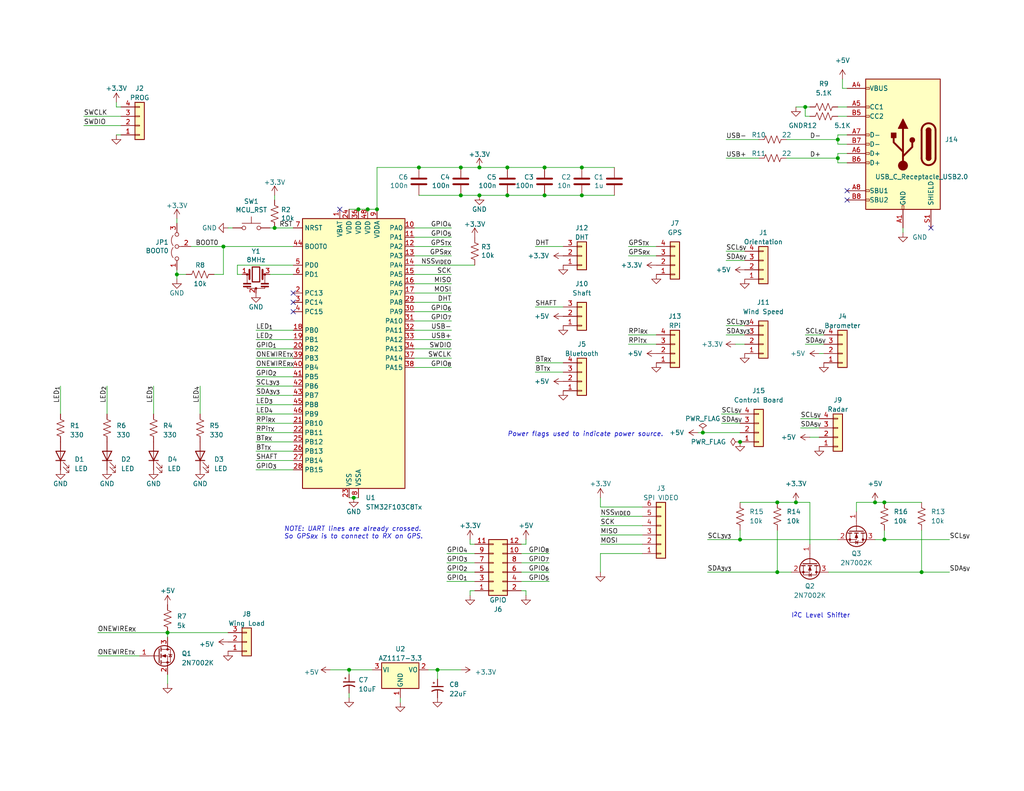
<source format=kicad_sch>
(kicad_sch (version 20230121) (generator eeschema)
  (paper "USLetter")
  (title_block (title "Aircraft Sensor Board") (date "2023-05-22") (rev "2.2") (company "HPVDT"))
  (lib_symbols
    (symbol "Connector:USB_C_Receptacle_USB2.0" (pin_names (offset 1.016))
      (property "Reference" "J" (at -10.16 19.05 0))
      (property "Value" "USB_C_Receptacle_USB2.0" (at 19.05 19.05 0))
      (symbol "USB_C_Receptacle_USB2.0_1_1"
        (pin passive line (at 0 -22.86 90) (length 5.08) (name "GND") (number "A1"))
        (pin passive line (at 0 -22.86 90) (length 5.08) hide (name "GND") (number "A12"))
        (pin passive line (at 15.24 15.24 180) (length 5.08) (name "VBUS") (number "A4"))
        (pin bidirectional line (at 15.24 10.16 180) (length 5.08) (name "CC1") (number "A5"))
        (pin bidirectional line (at 15.24 -2.54 180) (length 5.08) (name "D+") (number "A6"))
        (pin bidirectional line (at 15.24 2.54 180) (length 5.08) (name "D-") (number "A7"))
        (pin bidirectional line (at 15.24 -12.7 180) (length 5.08) (name "SBU1") (number "A8"))
        (pin passive line (at 15.24 15.24 180) (length 5.08) hide (name "VBUS") (number "A9"))
        (pin passive line (at 0 -22.86 90) (length 5.08) hide (name "GND") (number "B1"))
        (pin passive line (at 0 -22.86 90) (length 5.08) hide (name "GND") (number "B12"))
        (pin passive line (at 15.24 15.24 180) (length 5.08) hide (name "VBUS") (number "B4"))
        (pin bidirectional line (at 15.24 7.62 180) (length 5.08) (name "CC2") (number "B5"))
        (pin bidirectional line (at 15.24 -5.08 180) (length 5.08) (name "D+") (number "B6"))
        (pin bidirectional line (at 15.24 0 180) (length 5.08) (name "D-") (number "B7"))
        (pin bidirectional line (at 15.24 -15.24 180) (length 5.08) (name "SBU2") (number "B8"))
        (pin passive line (at 15.24 15.24 180) (length 5.08) hide (name "VBUS") (number "B9"))
        (pin passive line (at -7.62 -22.86 90) (length 5.08) (name "SHIELD") (number "S1"))
      )
    )
    (symbol "Connector_Generic:Conn_01x03" (pin_names (offset 1.016) hide)
      (property "Reference" "J" (at 0 5.08 0))
      (property "Value" "Conn_01x03" (at 0 -5.08 0))
      (symbol "Conn_01x03_1_1"
        (pin passive line (at -5.08 2.54 0) (length 3.81) (name "Pin_1") (number "1"))
        (pin passive line (at -5.08 0 0) (length 3.81) (name "Pin_2") (number "2"))
        (pin passive line (at -5.08 -2.54 0) (length 3.81) (name "Pin_3") (number "3"))
      )
    )
    (symbol "Connector_Generic:Conn_01x04" (pin_names (offset 1.016) hide)
      (property "Reference" "J" (at 0 5.08 0))
      (property "Value" "Conn_01x04" (at 0 -7.62 0))
      (symbol "Conn_01x04_1_1"
        (pin passive line (at -5.08 2.54 0) (length 3.81) (name "Pin_1") (number "1"))
        (pin passive line (at -5.08 0 0) (length 3.81) (name "Pin_2") (number "2"))
        (pin passive line (at -5.08 -2.54 0) (length 3.81) (name "Pin_3") (number "3"))
        (pin passive line (at -5.08 -5.08 0) (length 3.81) (name "Pin_4") (number "4"))
      )
    )
    (symbol "Connector_Generic:Conn_01x06" (pin_names (offset 1.016) hide)
      (property "Reference" "J" (at 0 7.62 0))
      (property "Value" "Conn_01x06" (at 0 -10.16 0))
      (symbol "Conn_01x06_1_1"
        (pin passive line (at -5.08 5.08 0) (length 3.81) (name "Pin_1") (number "1"))
        (pin passive line (at -5.08 2.54 0) (length 3.81) (name "Pin_2") (number "2"))
        (pin passive line (at -5.08 0 0) (length 3.81) (name "Pin_3") (number "3"))
        (pin passive line (at -5.08 -2.54 0) (length 3.81) (name "Pin_4") (number "4"))
        (pin passive line (at -5.08 -5.08 0) (length 3.81) (name "Pin_5") (number "5"))
        (pin passive line (at -5.08 -7.62 0) (length 3.81) (name "Pin_6") (number "6"))
      )
    )
    (symbol "Connector_Generic:Conn_02x06_Odd_Even" (pin_names (offset 1.016) hide)
      (property "Reference" "J" (at 1.27 7.62 0))
      (property "Value" "Conn_02x06_Odd_Even" (at 1.27 -10.16 0))
      (symbol "Conn_02x06_Odd_Even_1_1"
        (pin passive line (at -5.08 5.08 0) (length 3.81) (name "Pin_1") (number "1"))
        (pin passive line (at 7.62 -5.08 180) (length 3.81) (name "Pin_10") (number "10"))
        (pin passive line (at -5.08 -7.62 0) (length 3.81) (name "Pin_11") (number "11"))
        (pin passive line (at 7.62 -7.62 180) (length 3.81) (name "Pin_12") (number "12"))
        (pin passive line (at 7.62 5.08 180) (length 3.81) (name "Pin_2") (number "2"))
        (pin passive line (at -5.08 2.54 0) (length 3.81) (name "Pin_3") (number "3"))
        (pin passive line (at 7.62 2.54 180) (length 3.81) (name "Pin_4") (number "4"))
        (pin passive line (at -5.08 0 0) (length 3.81) (name "Pin_5") (number "5"))
        (pin passive line (at 7.62 0 180) (length 3.81) (name "Pin_6") (number "6"))
        (pin passive line (at -5.08 -2.54 0) (length 3.81) (name "Pin_7") (number "7"))
        (pin passive line (at 7.62 -2.54 180) (length 3.81) (name "Pin_8") (number "8"))
        (pin passive line (at -5.08 -5.08 0) (length 3.81) (name "Pin_9") (number "9"))
      )
    )
    (symbol "Device:C" (pin_numbers hide) (pin_names (offset 0.254))
      (property "Reference" "C" (at 0.635 2.54 0))
      (property "Value" "C" (at 0.635 -2.54 0))
      (symbol "C_1_1"
        (pin passive line (at 0 3.81 270) (length 2.794) (name "~") (number "1"))
        (pin passive line (at 0 -3.81 90) (length 2.794) (name "~") (number "2"))
      )
    )
    (symbol "Device:C_Polarized_Small_US" (pin_numbers hide) (pin_names (offset 0.254) hide)
      (property "Reference" "C" (at 0.254 1.778 0))
      (property "Value" "C_Polarized_Small_US" (at 0.254 -2.032 0))
      (symbol "C_Polarized_Small_US_1_1"
        (pin passive line (at 0 2.54 270) (length 2.032) (name "~") (number "1"))
        (pin passive line (at 0 -2.54 90) (length 2.032) (name "~") (number "2"))
      )
    )
    (symbol "Device:LED" (pin_numbers hide) (pin_names (offset 1.016) hide)
      (property "Reference" "D" (at 0 2.54 0))
      (property "Value" "LED" (at 0 -2.54 0))
      (symbol "LED_1_1"
        (pin passive line (at -3.81 0 0) (length 2.54) (name "K") (number "1"))
        (pin passive line (at 3.81 0 180) (length 2.54) (name "A") (number "2"))
      )
    )
    (symbol "Device:R_US" (pin_numbers hide) (pin_names (offset 0))
      (property "Reference" "R" (at 2.54 0 90))
      (property "Value" "R_US" (at -2.54 0 90))
      (symbol "R_US_1_1"
        (pin passive line (at 0 3.81 270) (length 1.27) (name "~") (number "1"))
        (pin passive line (at 0 -3.81 90) (length 1.27) (name "~") (number "2"))
      )
    )
    (symbol "Device:Resonator" (pin_names (offset 1.016) hide)
      (property "Reference" "Y" (at 0 5.715 0))
      (property "Value" "Resonator" (at 0 3.81 0))
      (symbol "Resonator_1_1"
        (pin passive line (at -3.81 0 0) (length 1.27) (name "1") (number "1"))
        (pin passive line (at 0 -5.08 90) (length 1.27) (name "2") (number "2"))
        (pin passive line (at 3.81 0 180) (length 1.27) (name "3") (number "3"))
      )
    )
    (symbol "Jumper:Jumper_3_Open" (pin_names (offset 0) hide)
      (property "Reference" "JP" (at -2.54 -2.54 0))
      (property "Value" "Jumper_3_Open" (at 0 2.794 0))
      (symbol "Jumper_3_Open_1_1"
        (pin passive line (at -6.35 0 0) (length 2.54) (name "A") (number "1"))
        (pin passive line (at 0 -3.81 90) (length 2.54) (name "C") (number "2"))
        (pin passive line (at 6.35 0 180) (length 2.54) (name "B") (number "3"))
      )
    )
    (symbol "MCU_ST_STM32F1:STM32F103C8Tx"
      (property "Reference" "U" (at -12.7 39.37 0))
      (property "Value" "STM32F103C8Tx" (at 10.16 39.37 0))
      (symbol "STM32F103C8Tx_1_1"
        (pin power_in line (at -2.54 40.64 270) (length 2.54) (name "VBAT") (number "1"))
        (pin bidirectional line (at 17.78 35.56 180) (length 2.54) (name "PA0") (number "10"))
        (pin bidirectional line (at 17.78 33.02 180) (length 2.54) (name "PA1") (number "11"))
        (pin bidirectional line (at 17.78 30.48 180) (length 2.54) (name "PA2") (number "12"))
        (pin bidirectional line (at 17.78 27.94 180) (length 2.54) (name "PA3") (number "13"))
        (pin bidirectional line (at 17.78 25.4 180) (length 2.54) (name "PA4") (number "14"))
        (pin bidirectional line (at 17.78 22.86 180) (length 2.54) (name "PA5") (number "15"))
        (pin bidirectional line (at 17.78 20.32 180) (length 2.54) (name "PA6") (number "16"))
        (pin bidirectional line (at 17.78 17.78 180) (length 2.54) (name "PA7") (number "17"))
        (pin bidirectional line (at -15.24 7.62 0) (length 2.54) (name "PB0") (number "18"))
        (pin bidirectional line (at -15.24 5.08 0) (length 2.54) (name "PB1") (number "19"))
        (pin bidirectional line (at -15.24 17.78 0) (length 2.54) (name "PC13") (number "2"))
        (pin bidirectional line (at -15.24 2.54 0) (length 2.54) (name "PB2") (number "20"))
        (pin bidirectional line (at -15.24 -17.78 0) (length 2.54) (name "PB10") (number "21"))
        (pin bidirectional line (at -15.24 -20.32 0) (length 2.54) (name "PB11") (number "22"))
        (pin power_in line (at 0 -38.1 90) (length 2.54) (name "VSS") (number "23"))
        (pin power_in line (at 0 40.64 270) (length 2.54) (name "VDD") (number "24"))
        (pin bidirectional line (at -15.24 -22.86 0) (length 2.54) (name "PB12") (number "25"))
        (pin bidirectional line (at -15.24 -25.4 0) (length 2.54) (name "PB13") (number "26"))
        (pin bidirectional line (at -15.24 -27.94 0) (length 2.54) (name "PB14") (number "27"))
        (pin bidirectional line (at -15.24 -30.48 0) (length 2.54) (name "PB15") (number "28"))
        (pin bidirectional line (at 17.78 15.24 180) (length 2.54) (name "PA8") (number "29"))
        (pin bidirectional line (at -15.24 15.24 0) (length 2.54) (name "PC14") (number "3"))
        (pin bidirectional line (at 17.78 12.7 180) (length 2.54) (name "PA9") (number "30"))
        (pin bidirectional line (at 17.78 10.16 180) (length 2.54) (name "PA10") (number "31"))
        (pin bidirectional line (at 17.78 7.62 180) (length 2.54) (name "PA11") (number "32"))
        (pin bidirectional line (at 17.78 5.08 180) (length 2.54) (name "PA12") (number "33"))
        (pin bidirectional line (at 17.78 2.54 180) (length 2.54) (name "PA13") (number "34"))
        (pin passive line (at 0 -38.1 90) (length 2.54) hide (name "VSS") (number "35"))
        (pin power_in line (at 2.54 40.64 270) (length 2.54) (name "VDD") (number "36"))
        (pin bidirectional line (at 17.78 0 180) (length 2.54) (name "PA14") (number "37"))
        (pin bidirectional line (at 17.78 -2.54 180) (length 2.54) (name "PA15") (number "38"))
        (pin bidirectional line (at -15.24 0 0) (length 2.54) (name "PB3") (number "39"))
        (pin bidirectional line (at -15.24 12.7 0) (length 2.54) (name "PC15") (number "4"))
        (pin bidirectional line (at -15.24 -2.54 0) (length 2.54) (name "PB4") (number "40"))
        (pin bidirectional line (at -15.24 -5.08 0) (length 2.54) (name "PB5") (number "41"))
        (pin bidirectional line (at -15.24 -7.62 0) (length 2.54) (name "PB6") (number "42"))
        (pin bidirectional line (at -15.24 -10.16 0) (length 2.54) (name "PB7") (number "43"))
        (pin input line (at -15.24 30.48 0) (length 2.54) (name "BOOT0") (number "44"))
        (pin bidirectional line (at -15.24 -12.7 0) (length 2.54) (name "PB8") (number "45"))
        (pin bidirectional line (at -15.24 -15.24 0) (length 2.54) (name "PB9") (number "46"))
        (pin passive line (at 0 -38.1 90) (length 2.54) hide (name "VSS") (number "47"))
        (pin power_in line (at 5.08 40.64 270) (length 2.54) (name "VDD") (number "48"))
        (pin bidirectional line (at -15.24 25.4 0) (length 2.54) (name "PD0") (number "5"))
        (pin bidirectional line (at -15.24 22.86 0) (length 2.54) (name "PD1") (number "6"))
        (pin input line (at -15.24 35.56 0) (length 2.54) (name "NRST") (number "7"))
        (pin power_in line (at 2.54 -38.1 90) (length 2.54) (name "VSSA") (number "8"))
        (pin power_in line (at 7.62 40.64 270) (length 2.54) (name "VDDA") (number "9"))
      )
    )
    (symbol "Mechanical:MountingHole" (pin_names (offset 1.016))
      (property "Reference" "H" (at 0 5.08 0))
      (property "Value" "MountingHole" (at 0 3.175 0))
    )
    (symbol "Regulator_Linear:AZ1117-3.3" (pin_names (offset 0.254))
      (property "Reference" "U" (at -3.81 3.175 0))
      (property "Value" "AZ1117-3.3" (at 0 3.175 0))
      (symbol "AZ1117-3.3_1_1"
        (pin power_in line (at 0 -7.62 90) (length 2.54) (name "GND") (number "1"))
        (pin power_out line (at 7.62 0 180) (length 2.54) (name "VO") (number "2"))
        (pin power_in line (at -7.62 0 0) (length 2.54) (name "VI") (number "3"))
      )
    )
    (symbol "Switch:SW_Push" (pin_numbers hide) (pin_names (offset 1.016) hide)
      (property "Reference" "SW" (at 1.27 2.54 0))
      (property "Value" "SW_Push" (at 0 -1.524 0))
      (symbol "SW_Push_0_1"
        (pin passive line (at -5.08 0 0) (length 2.54) (name "1") (number "1"))
        (pin passive line (at 5.08 0 180) (length 2.54) (name "2") (number "2"))
      )
    )
    (symbol "Transistor_FET:2N7002K" (pin_names hide)
      (property "Reference" "Q" (at 5.08 1.905 0))
      (property "Value" "2N7002K" (at 5.08 0 0))
      (symbol "2N7002K_1_1"
        (pin input line (at -5.08 0 0) (length 2.54) (name "G") (number "1"))
        (pin passive line (at 2.54 -5.08 90) (length 2.54) (name "S") (number "2"))
        (pin passive line (at 2.54 5.08 270) (length 2.54) (name "D") (number "3"))
      )
    )
    (symbol "power:+3.3V" (power) (pin_names (offset 0))
      (property "Value" "+3.3V" (at 0 3.556 0))
      (symbol "+3.3V_1_1"
        (pin power_in line (at 0 0 90) (length 0) hide (name "+3.3V") (number "1"))
      )
    )
    (symbol "power:+5V" (power) (pin_names (offset 0))
      (property "Value" "+5V" (at 0 3.556 0))
      (symbol "+5V_1_1"
        (pin power_in line (at 0 0 90) (length 0) hide (name "+5V") (number "1"))
      )
    )
    (symbol "power:GND" (power) (pin_names (offset 0))
      (property "Value" "GND" (at 0 -3.81 0))
      (symbol "GND_1_1"
        (pin power_in line (at 0 0 270) (length 0) hide (name "GND") (number "1"))
      )
    )
    (symbol "power:PWR_FLAG" (power) (pin_numbers hide) (pin_names (offset 0) hide)
      (property "Value" "PWR_FLAG" (at 0 3.81 0))
      (symbol "PWR_FLAG_0_0"
        (pin power_out line (at 0 0 90) (length 0) (name "pwr") (number "1"))
      )
    )
  )
  (junction (at 130.81 45.72))
  (junction (at 74.93 62.23))
  (junction (at 219.71 29.21))
  (junction (at 241.3 137.16))
  (junction (at 100.33 57.15))
  (junction (at 201.93 147.32))
  (junction (at 97.79 57.15))
  (junction (at 158.75 53.34))
  (junction (at 125.73 45.72))
  (junction (at 148.59 53.34))
  (junction (at 212.09 156.21))
  (junction (at 251.46 156.21))
  (junction (at 119.38 182.88))
  (junction (at 60.96 67.31))
  (junction (at 95.25 182.88))
  (junction (at 191.77 118.11))
  (junction (at 148.59 45.72))
  (junction (at 102.87 57.15))
  (junction (at 217.17 137.16))
  (junction (at 45.72 172.72))
  (junction (at 138.43 45.72))
  (junction (at 158.75 45.72))
  (junction (at 138.43 53.34))
  (junction (at 241.3 147.32))
  (junction (at 114.3 45.72))
  (junction (at 228.6 38.1))
  (junction (at 201.93 120.65))
  (junction (at 238.76 137.16))
  (junction (at 125.73 53.34))
  (junction (at 48.26 74.93))
  (junction (at 228.6 43.18))
  (junction (at 96.52 135.89))
  (junction (at 212.09 137.16))
  (junction (at 130.81 53.34))
  (no_connect (at 80.01 80.01))
  (no_connect (at 231.14 52.07))
  (no_connect (at 80.01 85.09))
  (no_connect (at 80.01 82.55))
  (no_connect (at 254 62.23))
  (no_connect (at 92.71 57.15))
  (no_connect (at 231.14 54.61))
  (wire (pts (xy 113.03 80.01) (xy 123.19 80.01)))
  (wire (pts (xy 198.12 68.58) (xy 203.2 68.58)))
  (wire (pts (xy 69.85 90.17) (xy 80.01 90.17)))
  (wire (pts (xy 219.71 93.98) (xy 224.79 93.98)))
  (wire (pts (xy 54.61 105.41) (xy 54.61 113.03)))
  (wire (pts (xy 217.17 29.21) (xy 219.71 29.21)))
  (wire (pts (xy 163.83 151.13) (xy 163.83 156.21)))
  (wire (pts (xy 129.54 161.29) (xy 128.27 161.29)))
  (wire (pts (xy 90.17 182.88) (xy 95.25 182.88)))
  (wire (pts (xy 22.86 34.29) (xy 33.02 34.29)))
  (wire (pts (xy 233.68 139.7) (xy 233.68 137.16)))
  (wire (pts (xy 251.46 156.21) (xy 259.08 156.21)))
  (wire (pts (xy 163.83 140.97) (xy 175.26 140.97)))
  (wire (pts (xy 251.46 156.21) (xy 251.46 144.78)))
  (wire (pts (xy 113.03 82.55) (xy 123.19 82.55)))
  (wire (pts (xy 69.85 92.71) (xy 80.01 92.71)))
  (wire (pts (xy 198.12 71.12) (xy 203.2 71.12)))
  (wire (pts (xy 119.38 182.88) (xy 116.84 182.88)))
  (wire (pts (xy 163.83 138.43) (xy 175.26 138.43)))
  (wire (pts (xy 125.73 45.72) (xy 130.81 45.72)))
  (wire (pts (xy 219.71 29.21) (xy 220.98 29.21)))
  (wire (pts (xy 26.67 179.07) (xy 38.1 179.07)))
  (wire (pts (xy 228.6 29.21) (xy 231.14 29.21)))
  (wire (pts (xy 228.6 44.45) (xy 231.14 44.45)))
  (wire (pts (xy 231.14 39.37) (xy 228.6 39.37)))
  (wire (pts (xy 229.87 24.13) (xy 231.14 24.13)))
  (wire (pts (xy 113.03 97.79) (xy 123.19 97.79)))
  (wire (pts (xy 69.85 118.11) (xy 80.01 118.11)))
  (wire (pts (xy 212.09 137.16) (xy 217.17 137.16)))
  (wire (pts (xy 69.85 115.57) (xy 80.01 115.57)))
  (wire (pts (xy 238.76 137.16) (xy 241.3 137.16)))
  (wire (pts (xy 109.22 190.5) (xy 109.22 191.77)))
  (wire (pts (xy 69.85 100.33) (xy 80.01 100.33)))
  (wire (pts (xy 179.07 69.85) (xy 171.45 69.85)))
  (wire (pts (xy 201.93 137.16) (xy 212.09 137.16)))
  (wire (pts (xy 121.92 153.67) (xy 129.54 153.67)))
  (wire (pts (xy 80.01 72.39) (xy 64.77 72.39)))
  (wire (pts (xy 220.98 119.38) (xy 223.52 119.38)))
  (wire (pts (xy 113.03 77.47) (xy 123.19 77.47)))
  (wire (pts (xy 198.12 38.1) (xy 207.01 38.1)))
  (wire (pts (xy 69.85 123.19) (xy 80.01 123.19)))
  (wire (pts (xy 138.43 53.34) (xy 148.59 53.34)))
  (wire (pts (xy 26.67 172.72) (xy 45.72 172.72)))
  (wire (pts (xy 200.66 93.98) (xy 203.2 93.98)))
  (wire (pts (xy 64.77 74.93) (xy 66.04 74.93)))
  (wire (pts (xy 163.83 135.89) (xy 163.83 138.43)))
  (wire (pts (xy 142.24 158.75) (xy 149.86 158.75)))
  (wire (pts (xy 113.03 72.39) (xy 129.54 72.39)))
  (wire (pts (xy 201.93 147.32) (xy 201.93 144.78)))
  (wire (pts (xy 128.27 161.29) (xy 128.27 162.56)))
  (wire (pts (xy 16.51 105.41) (xy 16.51 113.03)))
  (wire (pts (xy 58.42 74.93) (xy 60.96 74.93)))
  (wire (pts (xy 228.6 43.18) (xy 214.63 43.18)))
  (wire (pts (xy 31.75 36.83) (xy 33.02 36.83)))
  (wire (pts (xy 143.51 161.29) (xy 143.51 162.56)))
  (wire (pts (xy 31.75 29.21) (xy 33.02 29.21)))
  (wire (pts (xy 41.91 105.41) (xy 41.91 113.03)))
  (wire (pts (xy 69.85 110.49) (xy 80.01 110.49)))
  (wire (pts (xy 45.72 172.72) (xy 62.23 172.72)))
  (wire (pts (xy 119.38 182.88) (xy 125.73 182.88)))
  (wire (pts (xy 69.85 128.27) (xy 80.01 128.27)))
  (wire (pts (xy 69.85 113.03) (xy 80.01 113.03)))
  (wire (pts (xy 228.6 43.18) (xy 228.6 44.45)))
  (wire (pts (xy 100.33 57.15) (xy 102.87 57.15)))
  (wire (pts (xy 218.44 114.3) (xy 223.52 114.3)))
  (wire (pts (xy 198.12 88.9) (xy 203.2 88.9)))
  (wire (pts (xy 121.92 158.75) (xy 129.54 158.75)))
  (wire (pts (xy 48.26 73.66) (xy 48.26 74.93)))
  (wire (pts (xy 163.83 148.59) (xy 175.26 148.59)))
  (wire (pts (xy 129.54 148.59) (xy 128.27 148.59)))
  (wire (pts (xy 69.85 125.73) (xy 80.01 125.73)))
  (wire (pts (xy 74.93 62.23) (xy 80.01 62.23)))
  (wire (pts (xy 228.6 38.1) (xy 228.6 36.83)))
  (wire (pts (xy 219.71 91.44) (xy 224.79 91.44)))
  (wire (pts (xy 69.85 95.25) (xy 80.01 95.25)))
  (wire (pts (xy 142.24 161.29) (xy 143.51 161.29)))
  (wire (pts (xy 45.72 173.99) (xy 45.72 172.72)))
  (wire (pts (xy 96.52 135.89) (xy 95.25 135.89)))
  (wire (pts (xy 22.86 31.75) (xy 33.02 31.75)))
  (wire (pts (xy 96.52 135.89) (xy 97.79 135.89)))
  (wire (pts (xy 113.03 85.09) (xy 123.19 85.09)))
  (wire (pts (xy 146.05 83.82) (xy 153.67 83.82)))
  (wire (pts (xy 246.38 63.5) (xy 246.38 62.23)))
  (wire (pts (xy 130.81 45.72) (xy 138.43 45.72)))
  (wire (pts (xy 196.85 113.03) (xy 201.93 113.03)))
  (wire (pts (xy 130.81 53.34) (xy 138.43 53.34)))
  (wire (pts (xy 217.17 137.16) (xy 220.98 137.16)))
  (wire (pts (xy 128.27 148.59) (xy 128.27 147.32)))
  (wire (pts (xy 143.51 148.59) (xy 143.51 147.32)))
  (wire (pts (xy 142.24 148.59) (xy 143.51 148.59)))
  (wire (pts (xy 113.03 64.77) (xy 123.19 64.77)))
  (wire (pts (xy 73.66 74.93) (xy 80.01 74.93)))
  (wire (pts (xy 52.07 67.31) (xy 60.96 67.31)))
  (wire (pts (xy 241.3 137.16) (xy 251.46 137.16)))
  (wire (pts (xy 48.26 74.93) (xy 48.26 76.2)))
  (wire (pts (xy 119.38 185.42) (xy 119.38 182.88)))
  (wire (pts (xy 69.85 120.65) (xy 80.01 120.65)))
  (wire (pts (xy 228.6 36.83) (xy 231.14 36.83)))
  (wire (pts (xy 113.03 90.17) (xy 123.19 90.17)))
  (wire (pts (xy 241.3 147.32) (xy 238.76 147.32)))
  (wire (pts (xy 228.6 39.37) (xy 228.6 38.1)))
  (wire (pts (xy 113.03 95.25) (xy 123.19 95.25)))
  (wire (pts (xy 214.63 38.1) (xy 228.6 38.1)))
  (wire (pts (xy 163.83 146.05) (xy 175.26 146.05)))
  (wire (pts (xy 125.73 53.34) (xy 130.81 53.34)))
  (wire (pts (xy 171.45 91.44) (xy 179.07 91.44)))
  (wire (pts (xy 60.96 74.93) (xy 60.96 67.31)))
  (wire (pts (xy 73.66 62.23) (xy 74.93 62.23)))
  (wire (pts (xy 113.03 62.23) (xy 123.19 62.23)))
  (wire (pts (xy 146.05 101.6) (xy 153.67 101.6)))
  (wire (pts (xy 171.45 67.31) (xy 179.07 67.31)))
  (wire (pts (xy 142.24 156.21) (xy 149.86 156.21)))
  (wire (pts (xy 113.03 92.71) (xy 123.19 92.71)))
  (wire (pts (xy 74.93 53.34) (xy 74.93 54.61)))
  (wire (pts (xy 95.25 57.15) (xy 97.79 57.15)))
  (wire (pts (xy 220.98 137.16) (xy 220.98 148.59)))
  (wire (pts (xy 148.59 45.72) (xy 158.75 45.72)))
  (wire (pts (xy 158.75 53.34) (xy 167.64 53.34)))
  (wire (pts (xy 48.26 74.93) (xy 50.8 74.93)))
  (wire (pts (xy 95.25 184.15) (xy 95.25 182.88)))
  (wire (pts (xy 241.3 147.32) (xy 259.08 147.32)))
  (wire (pts (xy 163.83 151.13) (xy 175.26 151.13)))
  (wire (pts (xy 48.26 59.69) (xy 48.26 60.96)))
  (wire (pts (xy 198.12 91.44) (xy 203.2 91.44)))
  (wire (pts (xy 64.77 72.39) (xy 64.77 74.93)))
  (wire (pts (xy 226.06 156.21) (xy 251.46 156.21)))
  (wire (pts (xy 212.09 156.21) (xy 215.9 156.21)))
  (wire (pts (xy 148.59 53.34) (xy 158.75 53.34)))
  (wire (pts (xy 228.6 41.91) (xy 228.6 43.18)))
  (wire (pts (xy 121.92 151.13) (xy 129.54 151.13)))
  (wire (pts (xy 228.6 31.75) (xy 231.14 31.75)))
  (wire (pts (xy 190.5 118.11) (xy 191.77 118.11)))
  (wire (pts (xy 113.03 100.33) (xy 123.19 100.33)))
  (wire (pts (xy 231.14 41.91) (xy 228.6 41.91)))
  (wire (pts (xy 142.24 151.13) (xy 149.86 151.13)))
  (wire (pts (xy 198.12 43.18) (xy 207.01 43.18)))
  (wire (pts (xy 95.25 190.5) (xy 95.25 189.23)))
  (wire (pts (xy 146.05 99.06) (xy 153.67 99.06)))
  (wire (pts (xy 69.85 107.95) (xy 80.01 107.95)))
  (wire (pts (xy 219.71 31.75) (xy 220.98 31.75)))
  (wire (pts (xy 196.85 115.57) (xy 201.93 115.57)))
  (wire (pts (xy 228.6 147.32) (xy 201.93 147.32)))
  (wire (pts (xy 69.85 105.41) (xy 80.01 105.41)))
  (wire (pts (xy 113.03 69.85) (xy 123.19 69.85)))
  (wire (pts (xy 113.03 74.93) (xy 123.19 74.93)))
  (wire (pts (xy 121.92 156.21) (xy 129.54 156.21)))
  (wire (pts (xy 114.3 45.72) (xy 125.73 45.72)))
  (wire (pts (xy 69.85 97.79) (xy 80.01 97.79)))
  (wire (pts (xy 171.45 93.98) (xy 179.07 93.98)))
  (wire (pts (xy 167.64 45.72) (xy 158.75 45.72)))
  (wire (pts (xy 163.83 143.51) (xy 175.26 143.51)))
  (wire (pts (xy 229.87 21.59) (xy 229.87 24.13)))
  (wire (pts (xy 102.87 45.72) (xy 114.3 45.72)))
  (wire (pts (xy 146.05 67.31) (xy 153.67 67.31)))
  (wire (pts (xy 113.03 87.63) (xy 123.19 87.63)))
  (wire (pts (xy 193.04 156.21) (xy 212.09 156.21)))
  (wire (pts (xy 212.09 144.78) (xy 212.09 156.21)))
  (wire (pts (xy 69.85 102.87) (xy 80.01 102.87)))
  (wire (pts (xy 62.23 62.23) (xy 63.5 62.23)))
  (wire (pts (xy 60.96 67.31) (xy 80.01 67.31)))
  (wire (pts (xy 218.44 116.84) (xy 223.52 116.84)))
  (wire (pts (xy 142.24 153.67) (xy 149.86 153.67)))
  (wire (pts (xy 191.77 118.11) (xy 201.93 118.11)))
  (wire (pts (xy 97.79 57.15) (xy 100.33 57.15)))
  (wire (pts (xy 123.19 67.31) (xy 113.03 67.31)))
  (wire (pts (xy 233.68 137.16) (xy 238.76 137.16)))
  (wire (pts (xy 95.25 182.88) (xy 101.6 182.88)))
  (wire (pts (xy 102.87 45.72) (xy 102.87 57.15)))
  (wire (pts (xy 219.71 29.21) (xy 219.71 31.75)))
  (wire (pts (xy 45.72 186.69) (xy 45.72 184.15)))
  (wire (pts (xy 31.75 27.94) (xy 31.75 29.21)))
  (wire (pts (xy 223.52 96.52) (xy 224.79 96.52)))
  (wire (pts (xy 29.21 105.41) (xy 29.21 113.03)))
  (wire (pts (xy 138.43 45.72) (xy 148.59 45.72)))
  (wire (pts (xy 241.3 144.78) (xy 241.3 147.32)))
  (wire (pts (xy 193.04 147.32) (xy 201.93 147.32)))
  (wire (pts (xy 114.3 53.34) (xy 125.73 53.34)))
  (text "NOTE: UART lines are already crossed.\nSo GPS_{RX} is to connect to RX on GPS." (at 77.47 147.32 0) (effects (font (size 1.27 1.27) italic) (justify left bottom)))
  (text "Power flags used to indicate power source." (at 138.43 119.38 0) (effects (font (size 1.27 1.27) italic) (justify left bottom)))
  (text "I^{2}C Level Shifter " (at 215.9 168.91 0) (effects (font (size 1.27 1.27)) (justify left bottom)))
  (label "SCL_{3V3}" (at 198.12 88.9 0))
  (label "LED_{2}" (at 29.21 105.41 270))
  (label "GPIO_{3}" (at 69.85 128.27 0))
  (label "D+" (at 220.98 43.18 0))
  (label "SCL_{3V3}" (at 193.04 147.32 0))
  (label "USB+" (at 198.12 43.18 0))
  (label "RPi_{TX}" (at 69.85 118.11 0))
  (label "SHAFT" (at 146.05 83.82 0))
  (label "SCL_{3V3}" (at 69.85 105.41 0))
  (label "MOSI" (at 123.19 80.01 180))
  (label "GPIO_{3}" (at 121.92 153.67 0))
  (label "SDA_{5V}" (at 218.44 116.84 0))
  (label "SHAFT" (at 69.85 125.73 0))
  (label "GPIO_{8}" (at 123.19 100.33 180))
  (label "MISO" (at 163.83 146.05 0))
  (label "SDA_{5V}" (at 259.08 156.21 0))
  (label "GPIO_{8}" (at 149.86 151.13 180))
  (label "USB+" (at 123.19 92.71 180))
  (label "SDA_{5V}" (at 219.71 93.98 0))
  (label "SWDIO" (at 22.86 34.29 0))
  (label "SWCLK" (at 22.86 31.75 0))
  (label "SDA_{5V}" (at 198.12 71.12 0))
  (label "RPi_{RX}" (at 69.85 115.57 0))
  (label "RPi_{TX}" (at 171.45 93.98 0))
  (label "LED_{3}" (at 69.85 110.49 0))
  (label "SWDIO" (at 123.19 95.25 180))
  (label "ONEWIRE_{TX}" (at 69.85 97.79 0))
  (label "GPIO_{2}" (at 69.85 102.87 0))
  (label "GPIO_{2}" (at 121.92 156.21 0))
  (label "SCK" (at 163.83 143.51 0))
  (label "BT_{TX}" (at 146.05 101.6 0))
  (label "LED_{4}" (at 69.85 113.03 0))
  (label "BOOT0" (at 53.34 67.31 0))
  (label "LED_{1}" (at 69.85 90.17 0))
  (label "SDA_{3V3}" (at 193.04 156.21 0))
  (label "USB-" (at 198.12 38.1 0))
  (label "SCL_{5V}" (at 259.08 147.32 0))
  (label "LED_{3}" (at 41.91 105.41 270))
  (label "GPS_{TX}" (at 171.45 67.31 0))
  (label "SCL_{5V}" (at 196.85 113.03 0))
  (label "DHT" (at 123.19 82.55 180))
  (label "GPIO_{5}" (at 149.86 158.75 180))
  (label "SDA_{3V3}" (at 69.85 107.95 0))
  (label "GPS_{TX}" (at 123.19 67.31 180))
  (label "ONEWIRE_{TX}" (at 26.67 179.07 0))
  (label "ONEWIRE_{RX}" (at 69.85 100.33 0))
  (label "GPIO_{4}" (at 121.92 151.13 0))
  (label "ONEWIRE_{RX}" (at 26.67 172.72 0))
  (label "SCL_{5V}" (at 198.12 68.58 0))
  (label "GPIO_{1}" (at 121.92 158.75 0))
  (label "SDA_{5V}" (at 196.85 115.57 0))
  (label "SCK" (at 123.19 74.93 180))
  (label "SWCLK" (at 123.19 97.79 180))
  (label "GPS_{RX}" (at 171.45 69.85 0))
  (label "NSS_{VIDEO}" (at 123.19 72.39 180))
  (label "LED_{2}" (at 69.85 92.71 0))
  (label "GPS_{RX}" (at 123.19 69.85 180))
  (label "GPIO_{6}" (at 123.19 85.09 180))
  (label "GPIO_{7}" (at 149.86 153.67 180))
  (label "NSS_{VIDEO}" (at 163.83 140.97 0))
  (label "DHT" (at 146.05 67.31 0))
  (label "RST" (at 76.2 62.23 0))
  (label "LED_{4}" (at 54.61 105.41 270))
  (label "D-" (at 220.98 38.1 0))
  (label "LED_{1}" (at 16.51 105.41 270))
  (label "BT_{TX}" (at 69.85 123.19 0))
  (label "SDA_{3V3}" (at 198.12 91.44 0))
  (label "SCL_{5V}" (at 219.71 91.44 0))
  (label "MOSI" (at 163.83 148.59 0))
  (label "GPIO_{7}" (at 123.19 87.63 180))
  (label "GPIO_{6}" (at 149.86 156.21 180))
  (label "GPIO_{1}" (at 69.85 95.25 0))
  (label "USB-" (at 123.19 90.17 180))
  (label "BT_{RX}" (at 146.05 99.06 0))
  (label "SCL_{5V}" (at 218.44 114.3 0))
  (label "GPIO_{5}" (at 123.19 64.77 180))
  (label "BT_{RX}" (at 69.85 120.65 0))
  (label "GPIO_{4}" (at 123.19 62.23 180))
  (label "RPi_{RX}" (at 171.45 91.44 0))
  (label "MISO" (at 123.19 77.47 180))
  (symbol (lib_id "power:+5V") (at 238.76 137.16 0) (mirror y) (unit 1)
    (property "Reference" "#PWR054" (effects hide))
    (property "Value" "+5V" (at 238.76 132.08 0))
  )
  (symbol (lib_id "power:GND") (at 153.67 106.68 0) (mirror y) (unit 1)
    (property "Reference" "#PWR03" (effects hide))
    (property "Value" "Earth" (effects hide))
  )
  (symbol (lib_id "power:GND") (at 41.91 128.27 0) (unit 1)
    (property "Reference" "#PWR048" (effects hide))
    (property "Value" "GND" (at 41.91 132.08 0))
  )
  (symbol (lib_id "Switch:SW_Push") (at 68.58 62.23 0) (unit 1)
    (property "Reference" "SW1" (at 68.58 54.991 0))
    (property "Value" "MCU_RST" (at 68.58 57.3024 0))
    (property "Footprint" "Button_Switch_THT:SW_PUSH_6mm_H4.3mm" (effects hide))
  )
  (symbol (lib_id "Device:R_US") (at 201.93 140.97 0) (unit 1)
    (property "Reference" "R15" (at 204.47 139.7 0) (effects (justify left)))
    (property "Value" "10k" (at 204.47 142.24 0) (effects (justify left)))
    (property "Footprint" "Resistor_SMD:R_0603_1608Metric" (effects hide))
  )
  (symbol (lib_id "power:GND") (at 16.51 128.27 0) (unit 1)
    (property "Reference" "#PWR046" (effects hide))
    (property "Value" "GND" (at 16.51 132.08 0))
  )
  (symbol (lib_id "Device:R_US") (at 224.79 29.21 90) (unit 1)
    (property "Reference" "R9" (at 224.79 22.86 90))
    (property "Value" "5.1K" (at 224.79 25.4 90))
    (property "Footprint" "Resistor_SMD:R_0603_1608Metric" (effects hide))
  )
  (symbol (lib_id "power:+5V") (at 220.98 119.38 90) (mirror x) (unit 1)
    (property "Reference" "#PWR01" (effects hide))
    (property "Value" "+5V" (at 217.17 119.38 90) (effects (justify left)))
  )
  (symbol (lib_id "Device:R_US") (at 41.91 116.84 0) (unit 1)
    (property "Reference" "R4" (at 44.45 116.205 0) (effects (justify left)))
    (property "Value" "330" (at 44.45 118.745 0) (effects (justify left)))
    (property "Footprint" "Resistor_SMD:R_0603_1608Metric" (effects hide))
  )
  (symbol (lib_id "Device:R_US") (at 45.72 168.91 0) (unit 1)
    (property "Reference" "R7" (at 48.26 168.275 0) (effects (justify left)))
    (property "Value" "5k" (at 48.26 170.815 0) (effects (justify left)))
    (property "Footprint" "Resistor_SMD:R_0603_1608Metric" (effects hide))
  )
  (symbol (lib_id "power:GND") (at 223.52 121.92 0) (mirror y) (unit 1)
    (property "Reference" "#PWR02" (effects hide))
    (property "Value" "Earth" (effects hide))
  )
  (symbol (lib_id "Device:Resonator") (at 69.85 74.93 0) (unit 1)
    (property "Reference" "Y1" (at 69.85 68.6308 0))
    (property "Value" "8MHz" (at 69.85 70.9422 0))
    (property "Footprint" "Crystal:Resonator_SMD_Murata_CSTxExxV-3Pin_3.0x1.1mm" (effects hide))
  )
  (symbol (lib_id "Transistor_FET:2N7002K") (at 233.68 144.78 270) (unit 1)
    (property "Reference" "Q3" (at 233.68 151.13 90))
    (property "Value" "2N7002K" (at 233.68 153.67 90))
    (property "Footprint" "Package_TO_SOT_SMD:SOT-23" (effects hide))
    (property "Datasheet" "https://www.diodes.com/assets/Datasheets/ds30896.pdf" (effects hide))
  )
  (symbol (lib_id "Device:R_US") (at 210.82 43.18 90) (unit 1)
    (property "Reference" "R11" (at 207.01 41.91 90))
    (property "Value" "22" (at 214.63 41.91 90))
    (property "Footprint" "Resistor_SMD:R_0603_1608Metric" (effects hide))
  )
  (symbol (lib_id "power:GND") (at 179.07 74.93 0) (mirror y) (unit 1)
    (property "Reference" "#PWR037" (effects hide))
    (property "Value" "Earth" (effects hide))
  )
  (symbol (lib_id "power:+3.3V") (at 153.67 69.85 90) (mirror x) (unit 1)
    (property "Reference" "#PWR044" (effects hide))
    (property "Value" "+3.3V" (at 149.86 69.85 90) (effects (justify left)))
  )
  (symbol (lib_id "power:GND") (at 109.22 191.77 0) (unit 1)
    (property "Reference" "#PWR033" (effects hide))
    (property "Value" "Earth" (effects hide))
  )
  (symbol (lib_id "power:GND") (at 54.61 128.27 0) (unit 1)
    (property "Reference" "#PWR049" (effects hide))
    (property "Value" "GND" (at 54.61 132.08 0))
  )
  (symbol (lib_id "power:GND") (at 224.79 99.06 0) (mirror y) (unit 1)
    (property "Reference" "#PWR012" (effects hide))
    (property "Value" "Earth" (effects hide))
  )
  (symbol (lib_id "Mechanical:MountingHole") (at 289.56 143.51 0) (unit 1)
    (property "Reference" "H2" (at 292.1 142.875 0) (effects (justify left)))
    (property "Value" "M3" (at 292.1 145.415 0) (effects (justify left)))
    (property "Footprint" "MountingHole:MountingHole_3.2mm_M3" (effects hide))
  )
  (symbol (lib_id "power:+3.3V") (at 200.66 93.98 90) (mirror x) (unit 1)
    (property "Reference" "#PWR06" (effects hide))
    (property "Value" "+3.3V" (at 194.31 93.98 90))
  )
  (symbol (lib_id "Device:R_US") (at 74.93 58.42 180) (unit 1)
    (property "Reference" "R2" (at 76.6572 57.2516 0) (effects (justify right)))
    (property "Value" "10k" (at 76.6572 59.563 0) (effects (justify right)))
    (property "Footprint" "Resistor_SMD:R_0603_1608Metric" (effects hide))
  )
  (symbol (lib_id "power:GND") (at 119.38 190.5 0) (unit 1)
    (property "Reference" "#PWR036" (effects hide))
    (property "Value" "Earth" (effects hide))
  )
  (symbol (lib_id "Device:LED") (at 16.51 124.46 90) (unit 1)
    (property "Reference" "D1" (at 20.32 125.4125 90) (effects (justify right)))
    (property "Value" "LED" (at 20.32 127.9525 90) (effects (justify right)))
    (property "Footprint" "LED_SMD:LED_0805_2012Metric" (effects hide))
  )
  (symbol (lib_id "Connector_Generic:Conn_01x04") (at 208.28 73.66 0) (mirror x) (unit 1)
    (property "Reference" "J1" (at 208.28 63.5 0))
    (property "Value" "Orientation" (at 208.28 66.04 0))
    (property "Footprint" "Connector_JST:JST_EH_B4B-EH-A_1x04_P2.50mm_Vertical" (effects hide))
  )
  (symbol (lib_id "power:+3.3V") (at 31.75 27.94 0) (mirror y) (unit 1)
    (property "Reference" "#PWR023" (effects hide))
    (property "Value" "+3.3V" (at 31.75 24.13 0))
  )
  (symbol (lib_id "power:GND") (at 153.67 88.9 0) (mirror y) (unit 1)
    (property "Reference" "#PWR09" (effects hide))
    (property "Value" "Earth" (effects hide))
  )
  (symbol (lib_id "power:PWR_FLAG") (at 191.77 118.11 0) (unit 1)
    (property "Reference" "#FLG01" (effects hide))
    (property "Value" "PWR_FLAG" (at 191.77 114.3 0))
  )
  (symbol (lib_id "Device:R_US") (at 16.51 116.84 0) (unit 1)
    (property "Reference" "R1" (at 19.05 116.205 0) (effects (justify left)))
    (property "Value" "330" (at 19.05 118.745 0) (effects (justify left)))
    (property "Footprint" "Resistor_SMD:R_0603_1608Metric" (effects hide))
  )
  (symbol (lib_id "power:GND") (at 96.52 135.89 0) (unit 1)
    (property "Reference" "#PWR045" (effects hide))
    (property "Value" "GND" (at 96.52 139.7 0))
  )
  (symbol (lib_id "Connector_Generic:Conn_01x03") (at 158.75 86.36 0) (mirror x) (unit 1)
    (property "Reference" "J10" (at 158.75 77.47 0))
    (property "Value" "Shaft" (at 158.75 80.01 0))
    (property "Footprint" "Connector_JST:JST_EH_B3B-EH-A_1x03_P2.50mm_Vertical" (effects hide))
  )
  (symbol (lib_id "Device:R_US") (at 241.3 140.97 0) (unit 1)
    (property "Reference" "R16" (at 243.84 139.7 0) (effects (justify left)))
    (property "Value" "10k" (at 243.84 142.24 0) (effects (justify left)))
    (property "Footprint" "Resistor_SMD:R_0603_1608Metric" (effects hide))
  )
  (symbol (lib_id "Connector_Generic:Conn_01x06") (at 180.34 146.05 0) (mirror x) (unit 1)
    (property "Reference" "J3" (at 180.34 133.35 0))
    (property "Value" "SPI VIDEO" (at 180.34 135.89 0))
    (property "Footprint" "Connector_JST:JST_EH_B6B-EH-A_1x06_P2.50mm_Vertical" (effects hide))
  )
  (symbol (lib_id "MCU_ST_STM32F1:STM32F103C8Tx") (at 95.25 97.79 0) (unit 1)
    (property "Reference" "U1" (at 99.7459 135.89 0) (effects (justify left)))
    (property "Value" "STM32F103C8Tx" (at 99.7459 138.43 0) (effects (justify left)))
    (property "Footprint" "Package_QFP:LQFP-48_7x7mm_P0.5mm" (effects hide))
    (property "Datasheet" "https://www.st.com/resource/en/datasheet/stm32f103c8.pdf" (effects hide))
  )
  (symbol (lib_id "power:GND") (at 95.25 190.5 0) (unit 1)
    (property "Reference" "#PWR035" (effects hide))
    (property "Value" "Earth" (effects hide))
  )
  (symbol (lib_id "Connector_Generic:Conn_01x04") (at 208.28 93.98 0) (mirror x) (unit 1)
    (property "Reference" "J11" (at 208.28 82.55 0))
    (property "Value" "Wind Speed" (at 208.28 85.09 0))
    (property "Footprint" "Connector_JST:JST_EH_B4B-EH-A_1x04_P2.50mm_Vertical" (effects hide))
  )
  (symbol (lib_id "power:GND") (at 179.07 99.06 0) (mirror y) (unit 1)
    (property "Reference" "#PWR015" (effects hide))
    (property "Value" "Earth" (effects hide))
  )
  (symbol (lib_id "power:+3.3V") (at 179.07 72.39 90) (mirror x) (unit 1)
    (property "Reference" "#PWR038" (effects hide))
    (property "Value" "+3.3V" (at 175.26 72.39 90) (effects (justify left)))
  )
  (symbol (lib_id "power:+3.3V") (at 163.83 135.89 0) (unit 1)
    (property "Reference" "#PWR024" (effects hide))
    (property "Value" "+3.3V" (at 163.83 132.08 0))
  )
  (symbol (lib_id "Device:R_US") (at 129.54 68.58 180) (unit 1)
    (property "Reference" "R3" (at 131.2672 67.4116 0) (effects (justify right)))
    (property "Value" "10k" (at 131.2672 69.723 0) (effects (justify right)))
    (property "Footprint" "Resistor_SMD:R_0603_1608Metric" (effects hide))
  )
  (symbol (lib_id "power:+5V") (at 190.5 118.11 90) (mirror x) (unit 1)
    (property "Reference" "#PWR013" (effects hide))
    (property "Value" "+5V" (at 186.69 118.11 90) (effects (justify left)))
  )
  (symbol (lib_id "Device:C") (at 114.3 49.53 0) (mirror x) (unit 1)
    (property "Reference" "C6" (at 111.379 48.3616 0) (effects (justify right)))
    (property "Value" "100n" (at 111.379 50.673 0) (effects (justify right)))
    (property "Footprint" "Capacitor_SMD:C_0603_1608Metric" (effects hide))
  )
  (symbol (lib_id "power:+5V") (at 45.72 165.1 0) (unit 1)
    (property "Reference" "#PWR041" (effects hide))
    (property "Value" "+5V" (at 45.72 161.29 0))
  )
  (symbol (lib_id "power:GND") (at 128.27 162.56 0) (unit 1)
    (property "Reference" "#PWR052" (effects hide))
    (property "Value" "Earth" (effects hide))
  )
  (symbol (lib_id "power:+5V") (at 153.67 104.14 90) (unit 1)
    (property "Reference" "#PWR04" (effects hide))
    (property "Value" "+5V" (at 149.86 104.14 90) (effects (justify left)))
  )
  (symbol (lib_id "power:GND") (at 31.75 36.83 0) (mirror y) (unit 1)
    (property "Reference" "#PWR022" (effects hide))
    (property "Value" "Earth" (effects hide))
  )
  (symbol (lib_id "Connector_Generic:Conn_01x04") (at 184.15 72.39 0) (mirror x) (unit 1)
    (property "Reference" "J7" (at 184.15 60.96 0))
    (property "Value" "GPS" (at 184.15 63.5 0))
    (property "Footprint" "Connector_JST:JST_EH_B4B-EH-A_1x04_P2.50mm_Vertical" (effects hide))
  )
  (symbol (lib_id "power:GND") (at 130.81 53.34 0) (unit 1)
    (property "Reference" "#PWR029" (effects hide))
    (property "Value" "GND" (at 130.81 57.15 0))
  )
  (symbol (lib_id "power:+5V") (at 179.07 96.52 90) (unit 1)
    (property "Reference" "#PWR016" (effects hide))
    (property "Value" "+5V" (at 175.26 96.52 90) (effects (justify left)))
  )
  (symbol (lib_id "power:GND") (at 143.51 162.56 0) (unit 1)
    (property "Reference" "#PWR053" (effects hide))
    (property "Value" "Earth" (effects hide))
  )
  (symbol (lib_id "Device:C") (at 158.75 49.53 0) (mirror x) (unit 1)
    (property "Reference" "C2" (at 155.829 48.3616 0) (effects (justify right)))
    (property "Value" "10n" (at 155.829 50.673 0) (effects (justify right)))
    (property "Footprint" "Capacitor_SMD:C_0603_1608Metric" (effects hide))
  )
  (symbol (lib_id "power:GND") (at 163.83 156.21 0) (unit 1)
    (property "Reference" "#PWR025" (effects hide))
    (property "Value" "Earth" (effects hide))
  )
  (symbol (lib_id "Regulator_Linear:AZ1117-3.3") (at 109.22 182.88 0) (unit 1)
    (property "Reference" "U2" (at 109.22 177.165 0))
    (property "Value" "AZ1117-3.3" (at 109.22 179.705 0))
    (property "Footprint" "Package_TO_SOT_SMD:SOT-223-3_TabPin2" (effects hide))
    (property "Datasheet" "https://www.diodes.com/assets/Datasheets/AZ1117.pdf" (effects hide))
  )
  (symbol (lib_id "Device:C_Polarized_Small_US") (at 95.25 186.69 0) (unit 1)
    (property "Reference" "C7" (at 97.79 185.6232 0) (effects (justify left)))
    (property "Value" "10uF" (at 97.79 188.1632 0) (effects (justify left)))
    (property "Footprint" "Capacitor_THT:CP_Radial_D5.0mm_P2.00mm" (effects hide))
  )
  (symbol (lib_id "Mechanical:MountingHole") (at 289.56 137.16 0) (unit 1)
    (property "Reference" "H1" (at 292.1 136.525 0) (effects (justify left)))
    (property "Value" "M3" (at 292.1 139.065 0) (effects (justify left)))
    (property "Footprint" "MountingHole:MountingHole_3.2mm_M3" (effects hide))
  )
  (symbol (lib_id "Jumper:Jumper_3_Open") (at 48.26 67.31 90) (unit 1)
    (property "Reference" "JP1" (at 46.0502 66.1416 90) (effects (justify left)))
    (property "Value" "BOOT0" (at 46.0502 68.453 90) (effects (justify left)))
    (property "Footprint" "Connector_PinHeader_2.54mm:PinHeader_1x03_P2.54mm_Vertical" (effects hide))
  )
  (symbol (lib_id "power:+5V") (at 229.87 21.59 0) (unit 1)
    (property "Reference" "#PWR027" (effects hide))
    (property "Value" "+5V" (at 229.87 16.51 0))
  )
  (symbol (lib_id "Connector:USB_C_Receptacle_USB2.0") (at 246.38 39.37 0) (mirror y) (unit 1)
    (property "Reference" "J14" (at 257.81 38.0999 0) (effects (justify right)))
    (property "Value" "USB_C_Receptacle_USB2.0" (at 238.76 48.26 0) (effects (justify right)))
    (property "Footprint" "Connector_USB:USB_C_Receptacle_HRO_TYPE-C-31-M-12" (effects hide))
    (property "Datasheet" "https://www.usb.org/sites/default/files/documents/usb_type-c.zip" (effects hide))
  )
  (symbol (lib_id "Connector_Generic:Conn_01x04") (at 229.87 96.52 0) (mirror x) (unit 1)
    (property "Reference" "J4" (at 229.87 86.36 0))
    (property "Value" "Barometer" (at 229.87 88.9 0))
    (property "Footprint" "Connector_JST:JST_EH_B4B-EH-A_1x04_P2.50mm_Vertical" (effects hide))
  )
  (symbol (lib_id "power:+3.3V") (at 48.26 59.69 0) (unit 1)
    (property "Reference" "#PWR017" (effects hide))
    (property "Value" "+3.3V" (at 48.26 56.134 0))
  )
  (symbol (lib_id "Device:C") (at 167.64 49.53 0) (mirror x) (unit 1)
    (property "Reference" "C1" (at 164.719 48.3616 0) (effects (justify right)))
    (property "Value" "1u" (at 164.719 50.673 0) (effects (justify right)))
    (property "Footprint" "Capacitor_SMD:C_0603_1608Metric" (effects hide))
  )
  (symbol (lib_id "Mechanical:MountingHole") (at 289.56 149.86 0) (unit 1)
    (property "Reference" "H3" (at 292.1 149.225 0) (effects (justify left)))
    (property "Value" "M3" (at 292.1 151.765 0) (effects (justify left)))
    (property "Footprint" "MountingHole:MountingHole_3.2mm_M3" (effects hide))
  )
  (symbol (lib_id "Device:R_US") (at 54.61 74.93 90) (unit 1)
    (property "Reference" "R8" (at 54.61 72.39 90))
    (property "Value" "10k" (at 54.61 77.47 90))
    (property "Footprint" "Resistor_SMD:R_0603_1608Metric" (effects hide))
  )
  (symbol (lib_id "power:GND") (at 45.72 186.69 0) (unit 1)
    (property "Reference" "#PWR030" (effects hide))
    (property "Value" "Earth" (effects hide))
  )
  (symbol (lib_id "power:+5V") (at 223.52 96.52 90) (mirror x) (unit 1)
    (property "Reference" "#PWR011" (effects hide))
    (property "Value" "+5V" (at 219.71 96.52 90) (effects (justify left)))
  )
  (symbol (lib_id "power:GND") (at 217.17 29.21 0) (unit 1)
    (property "Reference" "#PWR026" (effects hide))
    (property "Value" "GND" (at 217.17 34.29 0))
  )
  (symbol (lib_id "Device:C") (at 138.43 49.53 0) (mirror x) (unit 1)
    (property "Reference" "C5" (at 135.509 48.3616 0) (effects (justify right)))
    (property "Value" "100n" (at 135.509 50.673 0) (effects (justify right)))
    (property "Footprint" "Capacitor_SMD:C_0603_1608Metric" (effects hide))
  )
  (symbol (lib_id "Connector_Generic:Conn_02x06_Odd_Even") (at 134.62 156.21 0) (mirror x) (unit 1)
    (property "Reference" "J6" (at 135.89 166.37 0))
    (property "Value" "GPIO" (at 135.89 163.83 0))
    (property "Footprint" "Connector_PinHeader_2.54mm:PinHeader_2x06_P2.54mm_Vertical" (effects hide))
  )
  (symbol (lib_id "Device:C") (at 148.59 49.53 0) (mirror x) (unit 1)
    (property "Reference" "C3" (at 145.669 48.3616 0) (effects (justify right)))
    (property "Value" "100n" (at 145.669 50.673 0) (effects (justify right)))
    (property "Footprint" "Capacitor_SMD:C_0603_1608Metric" (effects hide))
  )
  (symbol (lib_id "Connector_Generic:Conn_01x04") (at 207.01 118.11 0) (mirror x) (unit 1)
    (property "Reference" "J15" (at 207.01 106.68 0))
    (property "Value" "Control Board" (at 207.01 109.22 0))
    (property "Footprint" "Connector_JST:JST_EH_B4B-EH-A_1x04_P2.50mm_Vertical" (effects hide))
  )
  (symbol (lib_id "Device:LED") (at 41.91 124.46 90) (unit 1)
    (property "Reference" "D4" (at 45.72 125.4125 90) (effects (justify right)))
    (property "Value" "LED" (at 45.72 127.9525 90) (effects (justify right)))
    (property "Footprint" "LED_SMD:LED_0805_2012Metric" (effects hide))
  )
  (symbol (lib_id "Device:R_US") (at 224.79 31.75 90) (unit 1)
    (property "Reference" "R12" (at 220.98 34.29 90))
    (property "Value" "5.1K" (at 229.87 34.29 90))
    (property "Footprint" "Resistor_SMD:R_0603_1608Metric" (effects hide))
  )
  (symbol (lib_id "power:+3.3V") (at 74.93 53.34 0) (unit 1)
    (property "Reference" "#PWR021" (effects hide))
    (property "Value" "+3.3V" (at 74.93 49.784 0))
  )
  (symbol (lib_id "power:+3.3V") (at 129.54 64.77 0) (unit 1)
    (property "Reference" "#PWR040" (effects hide))
    (property "Value" "+3.3V" (at 129.54 61.214 0))
  )
  (symbol (lib_id "Device:R_US") (at 210.82 38.1 90) (unit 1)
    (property "Reference" "R10" (at 207.01 36.83 90))
    (property "Value" "22" (at 214.63 36.83 90))
    (property "Footprint" "Resistor_SMD:R_0603_1608Metric" (effects hide))
  )
  (symbol (lib_id "power:GND") (at 246.38 63.5 0) (mirror y) (unit 1)
    (property "Reference" "#PWR039" (effects hide))
    (property "Value" "GND" (at 248.92 64.77 0) (effects (justify right)))
  )
  (symbol (lib_id "power:PWR_FLAG") (at 201.93 120.65 90) (unit 1)
    (property "Reference" "#FLG02" (effects hide))
    (property "Value" "PWR_FLAG" (at 198.12 120.65 90) (effects (justify left)))
  )
  (symbol (lib_id "power:+5V") (at 203.2 73.66 90) (mirror x) (unit 1)
    (property "Reference" "#PWR07" (effects hide))
    (property "Value" "+5V" (at 199.39 73.66 90) (effects (justify left)))
  )
  (symbol (lib_id "Connector_Generic:Conn_01x03") (at 67.31 175.26 0) (mirror x) (unit 1)
    (property "Reference" "J8" (at 67.31 167.64 0))
    (property "Value" "Wing Load" (at 67.31 170.18 0))
    (property "Footprint" "Connector_JST:JST_EH_B3B-EH-A_1x03_P2.50mm_Vertical" (effects hide))
  )
  (symbol (lib_id "Device:LED") (at 54.61 124.46 90) (unit 1)
    (property "Reference" "D3" (at 58.42 125.4125 90) (effects (justify right)))
    (property "Value" "LED" (at 58.42 127.9525 90) (effects (justify right)))
    (property "Footprint" "LED_SMD:LED_0805_2012Metric" (effects hide))
  )
  (symbol (lib_id "Connector_Generic:Conn_01x04") (at 184.15 96.52 0) (mirror x) (unit 1)
    (property "Reference" "J13" (at 184.15 86.36 0))
    (property "Value" "RPi" (at 184.15 88.9 0))
    (property "Footprint" "Connector_JST:JST_EH_B4B-EH-A_1x04_P2.50mm_Vertical" (effects hide))
  )
  (symbol (lib_id "power:+5V") (at 62.23 175.26 90) (mirror x) (unit 1)
    (property "Reference" "#PWR043" (effects hide))
    (property "Value" "+5V" (at 58.42 175.895 90) (effects (justify left)))
  )
  (symbol (lib_id "power:GND") (at 203.2 96.52 0) (mirror y) (unit 1)
    (property "Reference" "#PWR05" (effects hide))
    (property "Value" "Earth" (effects hide))
  )
  (symbol (lib_id "Connector_Generic:Conn_01x04") (at 228.6 119.38 0) (mirror x) (unit 1)
    (property "Reference" "J9" (at 228.6 109.22 0))
    (property "Value" "Radar" (at 228.6 111.76 0))
    (property "Footprint" "Connector_JST:JST_EH_B4B-EH-A_1x04_P2.50mm_Vertical" (effects hide))
  )
  (symbol (lib_id "power:+5V") (at 143.51 147.32 0) (unit 1)
    (property "Reference" "#PWR051" (effects hide))
    (property "Value" "+5V" (at 143.51 143.51 0))
  )
  (symbol (lib_id "Transistor_FET:2N7002K") (at 43.18 179.07 0) (unit 1)
    (property "Reference" "Q1" (at 49.53 178.435 0) (effects (justify left)))
    (property "Value" "2N7002K" (at 49.53 180.975 0) (effects (justify left)))
    (property "Footprint" "Package_TO_SOT_SMD:SOT-23" (effects hide))
    (property "Datasheet" "https://www.diodes.com/assets/Datasheets/ds30896.pdf" (effects hide))
  )
  (symbol (lib_id "power:+3.3V") (at 217.17 137.16 0) (mirror y) (unit 1)
    (property "Reference" "#PWR055" (effects hide))
    (property "Value" "+3.3V" (at 217.17 132.08 0))
  )
  (symbol (lib_id "power:GND") (at 203.2 76.2 0) (mirror y) (unit 1)
    (property "Reference" "#PWR08" (effects hide))
    (property "Value" "Earth" (effects hide))
  )
  (symbol (lib_id "Device:C") (at 125.73 49.53 0) (mirror x) (unit 1)
    (property "Reference" "C4" (at 122.809 48.3616 0) (effects (justify right)))
    (property "Value" "100n" (at 122.809 50.673 0) (effects (justify right)))
    (property "Footprint" "Capacitor_SMD:C_0603_1608Metric" (effects hide))
  )
  (symbol (lib_id "Transistor_FET:2N7002K") (at 220.98 153.67 270) (unit 1)
    (property "Reference" "Q2" (at 220.98 160.02 90))
    (property "Value" "2N7002K" (at 220.98 162.56 90))
    (property "Footprint" "Package_TO_SOT_SMD:SOT-23" (effects hide))
    (property "Datasheet" "https://www.diodes.com/assets/Datasheets/ds30896.pdf" (effects hide))
  )
  (symbol (lib_id "power:+3.3V") (at 130.81 45.72 0) (unit 1)
    (property "Reference" "#PWR028" (effects hide))
    (property "Value" "+3.3V" (at 130.81 42.164 0))
  )
  (symbol (lib_id "power:GND") (at 29.21 128.27 0) (unit 1)
    (property "Reference" "#PWR047" (effects hide))
    (property "Value" "GND" (at 29.21 132.08 0))
  )
  (symbol (lib_id "Device:LED") (at 29.21 124.46 90) (unit 1)
    (property "Reference" "D2" (at 33.02 125.4125 90) (effects (justify right)))
    (property "Value" "LED" (at 33.02 127.9525 90) (effects (justify right)))
    (property "Footprint" "LED_SMD:LED_0805_2012Metric" (effects hide))
  )
  (symbol (lib_id "power:+5V") (at 90.17 182.88 90) (unit 1)
    (property "Reference" "#PWR032" (effects hide))
    (property "Value" "+5V" (at 86.995 183.515 90) (effects (justify left)))
  )
  (symbol (lib_id "Device:R_US") (at 251.46 140.97 0) (unit 1)
    (property "Reference" "R13" (at 254 139.7 0) (effects (justify left)))
    (property "Value" "10k" (at 254 142.24 0) (effects (justify left)))
    (property "Footprint" "Resistor_SMD:R_0603_1608Metric" (effects hide))
  )
  (symbol (lib_id "Connector_Generic:Conn_01x04") (at 38.1 34.29 0) (mirror x) (unit 1)
    (property "Reference" "J2" (at 38.1 24.13 0))
    (property "Value" "PROG" (at 38.1 26.67 0))
    (property "Footprint" "Connector_JST:JST_EH_B4B-EH-A_1x04_P2.50mm_Vertical" (effects hide))
  )
  (symbol (lib_id "Device:R_US") (at 54.61 116.84 0) (unit 1)
    (property "Reference" "R5" (at 57.15 116.205 0) (effects (justify left)))
    (property "Value" "330" (at 57.15 118.745 0) (effects (justify left)))
    (property "Footprint" "Resistor_SMD:R_0603_1608Metric" (effects hide))
  )
  (symbol (lib_id "power:+5V") (at 153.67 86.36 90) (unit 1)
    (property "Reference" "#PWR010" (effects hide))
    (property "Value" "+5V" (at 149.86 86.36 90) (effects (justify left)))
  )
  (symbol (lib_id "power:+3.3V") (at 125.73 182.88 270) (unit 1)
    (property "Reference" "#PWR034" (effects hide))
    (property "Value" "+3.3V" (at 129.54 183.515 90) (effects (justify left)))
  )
  (symbol (lib_id "Device:C_Polarized_Small_US") (at 119.38 187.96 0) (unit 1)
    (property "Reference" "C8" (at 122.555 186.8932 0) (effects (justify left)))
    (property "Value" "22uF" (at 122.555 189.4332 0) (effects (justify left)))
    (property "Footprint" "Capacitor_THT:CP_Radial_D5.0mm_P2.00mm" (effects hide))
  )
  (symbol (lib_id "Device:R_US") (at 212.09 140.97 0) (unit 1)
    (property "Reference" "R14" (at 214.63 139.7 0) (effects (justify left)))
    (property "Value" "10k" (at 214.63 142.24 0) (effects (justify left)))
    (property "Footprint" "Resistor_SMD:R_0603_1608Metric" (effects hide))
  )
  (symbol (lib_id "Connector_Generic:Conn_01x03") (at 158.75 69.85 0) (mirror x) (unit 1)
    (property "Reference" "J12" (at 158.75 62.23 0))
    (property "Value" "DHT" (at 158.75 64.77 0))
    (property "Footprint" "Connector_JST:JST_EH_B3B-EH-A_1x03_P2.50mm_Vertical" (effects hide))
  )
  (symbol (lib_id "Device:R_US") (at 29.21 116.84 0) (unit 1)
    (property "Reference" "R6" (at 31.75 116.205 0) (effects (justify left)))
    (property "Value" "330" (at 31.75 118.745 0) (effects (justify left)))
    (property "Footprint" "Resistor_SMD:R_0603_1608Metric" (effects hide))
  )
  (symbol (lib_id "power:GND") (at 62.23 62.23 270) (unit 1)
    (property "Reference" "#PWR019" (effects hide))
    (property "Value" "GND" (at 57.15 62.23 90))
  )
  (symbol (lib_id "power:GND") (at 153.67 72.39 0) (mirror y) (unit 1)
    (property "Reference" "#PWR042" (effects hide))
    (property "Value" "Earth" (effects hide))
  )
  (symbol (lib_id "power:GND") (at 69.85 80.01 0) (unit 1)
    (property "Reference" "#PWR020" (effects hide))
    (property "Value" "GND" (at 69.85 83.82 0))
  )
  (symbol (lib_id "power:+3.3V") (at 128.27 147.32 0) (unit 1)
    (property "Reference" "#PWR050" (effects hide))
    (property "Value" "+3.3V" (at 128.27 143.51 0))
  )
  (symbol (lib_id "power:GND") (at 62.23 177.8 0) (unit 1)
    (property "Reference" "#PWR031" (effects hide))
    (property "Value" "Earth" (effects hide))
  )
  (symbol (lib_id "power:GND") (at 48.26 76.2 0) (unit 1)
    (property "Reference" "#PWR018" (effects hide))
    (property "Value" "GND" (at 48.26 80.01 0))
  )
  (symbol (lib_id "power:GND") (at 201.93 120.65 0) (mirror y) (unit 1)
    (property "Reference" "#PWR014" (effects hide))
    (property "Value" "Earth" (effects hide))
  )
  (symbol (lib_id "Connector_Generic:Conn_01x04") (at 158.75 104.14 0) (mirror x) (unit 1)
    (property "Reference" "J5" (at 158.75 93.98 0))
    (property "Value" "Bluetooth" (at 158.75 96.52 0))
    (property "Footprint" "Connector_JST:JST_EH_B4B-EH-A_1x04_P2.50mm_Vertical" (effects hide))
  )
)
</source>
